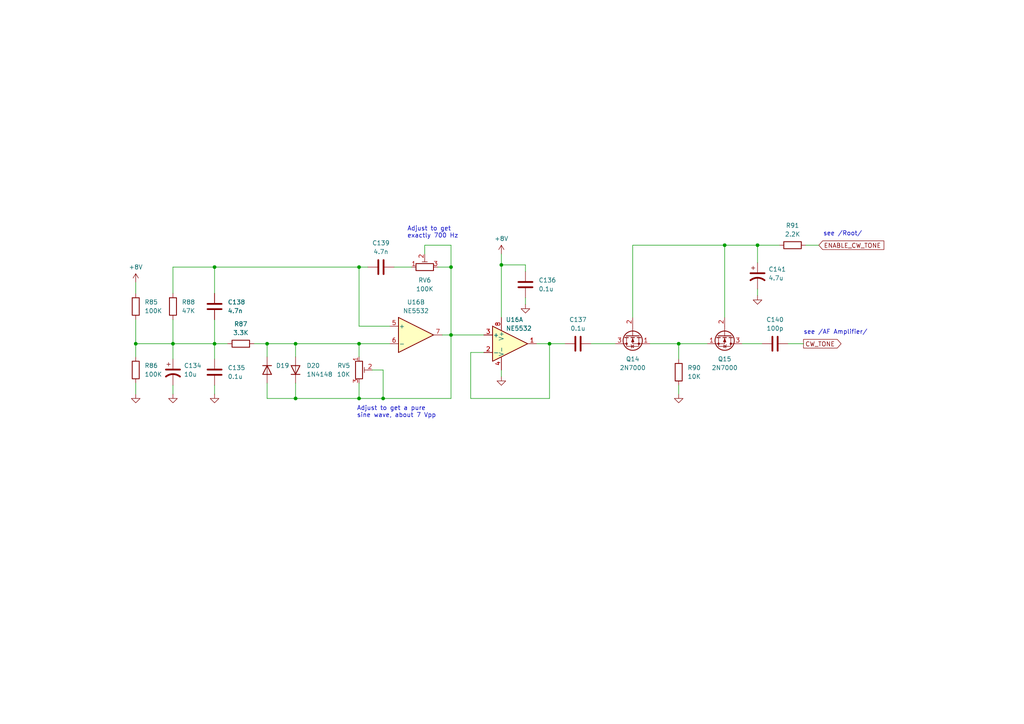
<source format=kicad_sch>
(kicad_sch (version 20230121) (generator eeschema)
  (paper "A4")
  (lib_symbols
    (symbol "Amplifier_Operational:NE5532" (pin_names (offset 0.127))
      (property "Reference" "U" (at 0 5.08 0))
      (property "Value" "NE5532" (at 0 -5.08 0))
      (symbol "NE5532_1_1"
        (polyline (pts (xy -5.08 5.08) (xy 5.08 0) (xy -5.08 -5.08) (xy -5.08 5.08)) (stroke (width 0.254)) (fill (type background)))
        (pin output line (at 7.62 0 180) (length 2.54) (name "~") (number "1"))
        (pin input line (at -7.62 -2.54 0) (length 2.54) (name "-") (number "2"))
        (pin input line (at -7.62 2.54 0) (length 2.54) (name "+") (number "3"))
      )
      (symbol "NE5532_2_1"
        (polyline (pts (xy -5.08 5.08) (xy 5.08 0) (xy -5.08 -5.08) (xy -5.08 5.08)) (stroke (width 0.254)) (fill (type background)))
        (pin input line (at -7.62 2.54 0) (length 2.54) (name "+") (number "5"))
        (pin input line (at -7.62 -2.54 0) (length 2.54) (name "-") (number "6"))
        (pin output line (at 7.62 0 180) (length 2.54) (name "~") (number "7"))
      )
      (symbol "NE5532_3_1"
        (pin power_in line (at -2.54 -7.62 90) (length 3.81) (name "V-") (number "4"))
        (pin power_in line (at -2.54 7.62 270) (length 3.81) (name "V+") (number "8"))
      )
    )
    (symbol "Device:C" (pin_numbers hide) (pin_names (offset 0.254))
      (property "Reference" "C" (at 0.635 2.54 0))
      (property "Value" "C" (at 0.635 -2.54 0))
      (symbol "C_0_1"
        (polyline (pts (xy -2.032 -0.762) (xy 2.032 -0.762)) (stroke (width 0.508)))
        (polyline (pts (xy -2.032 0.762) (xy 2.032 0.762)) (stroke (width 0.508)))
      )
      (symbol "C_1_1"
        (pin passive line (at 0 3.81 270) (length 2.794) (name "~") (number "1"))
        (pin passive line (at 0 -3.81 90) (length 2.794) (name "~") (number "2"))
      )
    )
    (symbol "Device:C_Polarized_US" (pin_numbers hide) (pin_names (offset 0.254) hide)
      (property "Reference" "C" (at 0.635 2.54 0))
      (property "Value" "C_Polarized_US" (at 0.635 -2.54 0))
      (symbol "C_Polarized_US_0_1"
        (polyline (pts (xy -2.032 0.762) (xy 2.032 0.762)) (stroke (width 0.508)))
        (polyline (pts (xy -1.778 2.286) (xy -0.762 2.286)))
        (polyline (pts (xy -1.27 1.778) (xy -1.27 2.794)))
        (arc (start 2.032 -1.27) (mid 0 -0.5572) (end -2.032 -1.27) (stroke (width 0.508)))
      )
      (symbol "C_Polarized_US_1_1"
        (pin passive line (at 0 3.81 270) (length 2.794) (name "~") (number "1"))
        (pin passive line (at 0 -3.81 90) (length 3.302) (name "~") (number "2"))
      )
    )
    (symbol "Device:R" (pin_numbers hide) (pin_names (offset 0))
      (property "Reference" "R" (at 2.032 0 90))
      (property "Value" "R" (at 0 0 90))
      (symbol "R_0_1"
        (rectangle (start -1.016 -2.54) (end 1.016 2.54) (stroke (width 0.254)))
      )
      (symbol "R_1_1"
        (pin passive line (at 0 3.81 270) (length 1.27) (name "~") (number "1"))
        (pin passive line (at 0 -3.81 90) (length 1.27) (name "~") (number "2"))
      )
    )
    (symbol "Device:R_Potentiometer_Trim" (pin_names (offset 1.016) hide)
      (property "Reference" "RV" (at -4.445 0 90))
      (property "Value" "R_Potentiometer_Trim" (at -2.54 0 90))
      (symbol "R_Potentiometer_Trim_0_1"
        (polyline (pts (xy 1.524 0.762) (xy 1.524 -0.762)))
        (polyline (pts (xy 2.54 0) (xy 1.524 0)))
        (rectangle (start 1.016 2.54) (end -1.016 -2.54) (stroke (width 0.254)))
      )
      (symbol "R_Potentiometer_Trim_1_1"
        (pin passive line (at 0 3.81 270) (length 1.27) (name "1") (number "1"))
        (pin passive line (at 3.81 0 180) (length 1.27) (name "2") (number "2"))
        (pin passive line (at 0 -3.81 90) (length 1.27) (name "3") (number "3"))
      )
    )
    (symbol "Diode:1N4148" (pin_numbers hide) (pin_names hide)
      (property "Reference" "D" (at 0 2.54 0))
      (property "Value" "1N4148" (at 0 -2.54 0))
      (symbol "1N4148_0_1"
        (polyline (pts (xy -1.27 1.27) (xy -1.27 -1.27)) (stroke (width 0.254)))
        (polyline (pts (xy 1.27 0) (xy -1.27 0)))
        (polyline (pts (xy 1.27 1.27) (xy 1.27 -1.27) (xy -1.27 0) (xy 1.27 1.27)) (stroke (width 0.254)))
      )
      (symbol "1N4148_1_1"
        (pin passive line (at -3.81 0 0) (length 2.54) (name "K") (number "1"))
        (pin passive line (at 3.81 0 180) (length 2.54) (name "A") (number "2"))
      )
    )
    (symbol "Transistor_FET:2N7000" (pin_names hide)
      (property "Reference" "Q" (at 5.08 1.905 0))
      (property "Value" "2N7000" (at 5.08 0 0))
      (symbol "2N7000_0_1"
        (polyline (pts (xy 0.254 0) (xy -2.54 0)))
        (polyline (pts (xy 0.254 1.905) (xy 0.254 -1.905)) (stroke (width 0.254)))
        (polyline (pts (xy 0.762 -1.27) (xy 0.762 -2.286)) (stroke (width 0.254)))
        (polyline (pts (xy 0.762 0.508) (xy 0.762 -0.508)) (stroke (width 0.254)))
        (polyline (pts (xy 0.762 2.286) (xy 0.762 1.27)) (stroke (width 0.254)))
        (polyline (pts (xy 2.54 2.54) (xy 2.54 1.778)))
        (polyline (pts (xy 2.54 -2.54) (xy 2.54 0) (xy 0.762 0)))
        (polyline (pts (xy 0.762 -1.778) (xy 3.302 -1.778) (xy 3.302 1.778) (xy 0.762 1.778)))
        (polyline (pts (xy 1.016 0) (xy 2.032 0.381) (xy 2.032 -0.381) (xy 1.016 0)) (fill (type outline)))
        (polyline (pts (xy 2.794 0.508) (xy 2.921 0.381) (xy 3.683 0.381) (xy 3.81 0.254)))
        (polyline (pts (xy 3.302 0.381) (xy 2.921 -0.254) (xy 3.683 -0.254) (xy 3.302 0.381)))
        (circle (center 1.651 0) (radius 2.794) (stroke (width 0.254)))
        (circle (center 2.54 -1.778) (radius 0.254) (fill (type outline)))
        (circle (center 2.54 1.778) (radius 0.254) (fill (type outline)))
      )
      (symbol "2N7000_1_1"
        (pin passive line (at 2.54 -5.08 90) (length 2.54) (name "S") (number "1"))
        (pin input line (at -5.08 0 0) (length 2.54) (name "G") (number "2"))
        (pin passive line (at 2.54 5.08 270) (length 2.54) (name "D") (number "3"))
      )
    )
    (symbol "power:+8V" (power) (pin_names (offset 0))
      (property "Value" "+8V" (at 0 3.556 0))
      (symbol "+8V_0_1"
        (polyline (pts (xy -0.762 1.27) (xy 0 2.54)))
        (polyline (pts (xy 0 0) (xy 0 2.54)))
        (polyline (pts (xy 0 2.54) (xy 0.762 1.27)))
      )
      (symbol "+8V_1_1"
        (pin power_in line (at 0 0 90) (length 0) hide (name "+8V") (number "1"))
      )
    )
    (symbol "power:GND" (power) (pin_names (offset 0))
      (property "Value" "GND" (at 0 -3.81 0))
      (symbol "GND_0_1"
        (polyline (pts (xy 0 0) (xy 0 -1.27) (xy 1.27 -1.27) (xy 0 -2.54) (xy -1.27 -1.27) (xy 0 -1.27)))
      )
      (symbol "GND_1_1"
        (pin power_in line (at 0 0 270) (length 0) hide (name "GND") (number "1"))
      )
    )
  )
  (junction (at 219.71 71.12))
  (junction (at 85.725 115.57))
  (junction (at 104.14 115.57))
  (junction (at 62.23 99.695))
  (junction (at 50.165 99.695))
  (junction (at 77.47 99.695))
  (junction (at 130.81 77.47))
  (junction (at 130.81 97.155))
  (junction (at 85.725 99.695))
  (junction (at 104.14 77.47))
  (junction (at 210.185 71.12))
  (junction (at 196.85 99.695))
  (junction (at 145.415 76.835))
  (junction (at 39.37 99.695))
  (junction (at 104.14 99.695))
  (junction (at 111.125 115.57))
  (junction (at 62.23 77.47))
  (junction (at 159.385 99.695))
  (wire (pts (xy 104.14 115.57) (xy 111.125 115.57)))
  (wire (pts (xy 62.23 111.76) (xy 62.23 114.3)))
  (wire (pts (xy 145.415 107.315) (xy 145.415 109.22)))
  (wire (pts (xy 62.23 92.71) (xy 62.23 99.695)))
  (wire (pts (xy 228.6 99.695) (xy 233.045 99.695)))
  (wire (pts (xy 210.185 92.075) (xy 210.185 71.12)))
  (wire (pts (xy 159.385 99.695) (xy 155.575 99.695)))
  (wire (pts (xy 85.725 111.125) (xy 85.725 115.57)))
  (wire (pts (xy 233.68 71.12) (xy 237.49 71.12)))
  (wire (pts (xy 50.165 85.09) (xy 50.165 77.47)))
  (wire (pts (xy 77.47 115.57) (xy 85.725 115.57)))
  (wire (pts (xy 128.27 97.155) (xy 130.81 97.155)))
  (wire (pts (xy 39.37 92.71) (xy 39.37 99.695)))
  (wire (pts (xy 159.385 99.695) (xy 163.83 99.695)))
  (wire (pts (xy 136.525 102.235) (xy 136.525 115.57)))
  (wire (pts (xy 104.14 99.695) (xy 104.14 103.505)))
  (wire (pts (xy 183.515 71.12) (xy 210.185 71.12)))
  (wire (pts (xy 171.45 99.695) (xy 178.435 99.695)))
  (wire (pts (xy 130.81 97.155) (xy 130.81 77.47)))
  (wire (pts (xy 196.85 99.695) (xy 196.85 104.14)))
  (wire (pts (xy 130.81 71.12) (xy 123.19 71.12)))
  (wire (pts (xy 85.725 99.695) (xy 85.725 103.505)))
  (wire (pts (xy 62.23 77.47) (xy 62.23 85.09)))
  (wire (pts (xy 159.385 115.57) (xy 159.385 99.695)))
  (wire (pts (xy 196.85 111.76) (xy 196.85 114.3)))
  (wire (pts (xy 152.4 76.835) (xy 145.415 76.835)))
  (wire (pts (xy 85.725 115.57) (xy 104.14 115.57)))
  (wire (pts (xy 104.14 111.125) (xy 104.14 115.57)))
  (wire (pts (xy 127 77.47) (xy 130.81 77.47)))
  (wire (pts (xy 111.125 115.57) (xy 111.125 107.315)))
  (wire (pts (xy 219.71 71.12) (xy 226.06 71.12)))
  (wire (pts (xy 50.165 77.47) (xy 62.23 77.47)))
  (wire (pts (xy 77.47 111.125) (xy 77.47 115.57)))
  (wire (pts (xy 210.185 71.12) (xy 219.71 71.12)))
  (wire (pts (xy 104.14 77.47) (xy 62.23 77.47)))
  (wire (pts (xy 62.23 99.695) (xy 50.165 99.695)))
  (wire (pts (xy 50.165 99.695) (xy 39.37 99.695)))
  (wire (pts (xy 219.71 83.82) (xy 219.71 85.725)))
  (wire (pts (xy 50.165 99.695) (xy 50.165 104.14)))
  (wire (pts (xy 196.85 99.695) (xy 205.105 99.695)))
  (wire (pts (xy 39.37 99.695) (xy 39.37 103.505)))
  (wire (pts (xy 219.71 71.12) (xy 219.71 76.2)))
  (wire (pts (xy 215.265 99.695) (xy 220.98 99.695)))
  (wire (pts (xy 145.415 76.835) (xy 145.415 92.075)))
  (wire (pts (xy 39.37 111.125) (xy 39.37 114.3)))
  (wire (pts (xy 130.81 97.155) (xy 140.335 97.155)))
  (wire (pts (xy 104.14 77.47) (xy 106.68 77.47)))
  (wire (pts (xy 85.725 99.695) (xy 104.14 99.695)))
  (wire (pts (xy 62.23 99.695) (xy 66.04 99.695)))
  (wire (pts (xy 145.415 73.66) (xy 145.415 76.835)))
  (wire (pts (xy 123.19 71.12) (xy 123.19 73.66)))
  (wire (pts (xy 104.14 94.615) (xy 113.03 94.615)))
  (wire (pts (xy 111.125 107.315) (xy 107.95 107.315)))
  (wire (pts (xy 114.3 77.47) (xy 119.38 77.47)))
  (wire (pts (xy 130.81 77.47) (xy 130.81 71.12)))
  (wire (pts (xy 73.66 99.695) (xy 77.47 99.695)))
  (wire (pts (xy 152.4 78.74) (xy 152.4 76.835)))
  (wire (pts (xy 188.595 99.695) (xy 196.85 99.695)))
  (wire (pts (xy 50.165 111.76) (xy 50.165 114.3)))
  (wire (pts (xy 183.515 92.075) (xy 183.515 71.12)))
  (wire (pts (xy 77.47 99.695) (xy 85.725 99.695)))
  (wire (pts (xy 136.525 115.57) (xy 159.385 115.57)))
  (wire (pts (xy 140.335 102.235) (xy 136.525 102.235)))
  (wire (pts (xy 130.81 115.57) (xy 111.125 115.57)))
  (wire (pts (xy 39.37 81.915) (xy 39.37 85.09)))
  (wire (pts (xy 130.81 97.155) (xy 130.81 115.57)))
  (wire (pts (xy 104.14 77.47) (xy 104.14 94.615)))
  (wire (pts (xy 77.47 99.695) (xy 77.47 103.505)))
  (wire (pts (xy 50.165 92.71) (xy 50.165 99.695)))
  (wire (pts (xy 62.23 104.14) (xy 62.23 99.695)))
  (wire (pts (xy 104.14 99.695) (xy 113.03 99.695)))
  (wire (pts (xy 152.4 86.36) (xy 152.4 88.265)))
  (text "see /Root/" (at 238.76 68.58 0) (effects (font (size 1.27 1.27)) (justify left bottom)))
  (text "see /AF Amplifier/" (at 233.045 97.155 0) (effects (font (size 1.27 1.27)) (justify left bottom)))
  (text "Adjust to get a pure \nsine wave, about 7 Vpp" (at 103.505 121.285 0) (effects (font (size 1.27 1.27)) (justify left bottom)))
  (text "Adjust to get\nexactly 700 Hz" (at 118.11 69.215 0) (effects (font (size 1.27 1.27)) (justify left bottom)))
  (global_label "CW_TONE" (shape output) (at 233.045 99.695 0) (property "Intersheetrefs" "${INTERSHEET_REFS}" (effects hide)))
  (global_label "ENABLE_CW_TONE" (shape input) (at 237.49 71.12 0) (property "Intersheetrefs" "${INTERSHEET_REFS}" (effects hide)))
  (symbol (lib_id "power:+8V") (at 145.415 73.66 0) (unit 1)
    (property "Reference" "#PWR0236" (effects hide))
    (property "Value" "+8V" (at 145.415 69.215 0))
  )
  (symbol (lib_id "Device:C") (at 224.79 99.695 90) (unit 1)
    (property "Reference" "C140" (at 224.79 92.71 90))
    (property "Value" "100p" (at 224.79 95.25 90))
  )
  (symbol (lib_id "Device:R") (at 39.37 107.315 0) (unit 1)
    (property "Reference" "R86" (at 41.91 106.045 0) (effects (justify left)))
    (property "Value" "100K" (at 41.91 108.585 0) (effects (justify left)))
  )
  (symbol (lib_id "Amplifier_Operational:NE5532") (at 147.955 99.695 0) (unit 3)
    (property "Reference" "U16" (effects hide))
    (property "Value" "NE5532" (effects hide))
    (property "Datasheet" "http://www.ti.com/lit/ds/symlink/ne5532.pdf" (effects hide))
  )
  (symbol (lib_id "Device:R") (at 69.85 99.695 90) (unit 1)
    (property "Reference" "R87" (at 69.85 93.98 90))
    (property "Value" "3.3K" (at 69.85 96.52 90))
  )
  (symbol (lib_id "power:GND") (at 196.85 114.3 0) (unit 1)
    (property "Reference" "#PWR0238" (effects hide))
    (property "Value" "GND" (effects hide))
  )
  (symbol (lib_id "power:GND") (at 145.415 109.22 0) (unit 1)
    (property "Reference" "#PWR0235" (effects hide))
    (property "Value" "GND" (effects hide))
  )
  (symbol (lib_id "Device:R") (at 229.87 71.12 90) (unit 1)
    (property "Reference" "R91" (at 229.87 65.405 90))
    (property "Value" "2.2K" (at 229.87 67.945 90))
  )
  (symbol (lib_id "Device:C_Polarized_US") (at 50.165 107.95 0) (unit 1)
    (property "Reference" "C134" (at 53.34 106.045 0) (effects (justify left)))
    (property "Value" "10u" (at 53.34 108.585 0) (effects (justify left)))
  )
  (symbol (lib_id "Transistor_FET:2N7000") (at 210.185 97.155 270) (unit 1)
    (property "Reference" "Q15" (at 210.185 104.14 90))
    (property "Value" "2N7000" (at 210.185 106.68 90))
    (property "Footprint" "Package_TO_SOT_THT:TO-92_Inline" (effects hide))
    (property "Datasheet" "https://www.vishay.com/docs/70226/70226.pdf" (effects hide))
  )
  (symbol (lib_id "Device:C") (at 152.4 82.55 0) (unit 1)
    (property "Reference" "C136" (at 156.21 81.28 0) (effects (justify left)))
    (property "Value" "0.1u" (at 156.21 83.82 0) (effects (justify left)))
  )
  (symbol (lib_id "Device:C_Polarized_US") (at 219.71 80.01 0) (unit 1)
    (property "Reference" "C141" (at 222.885 78.105 0) (effects (justify left)))
    (property "Value" "4.7u" (at 222.885 80.645 0) (effects (justify left)))
  )
  (symbol (lib_id "Device:R") (at 50.165 88.9 0) (unit 1)
    (property "Reference" "R88" (at 52.705 87.63 0) (effects (justify left)))
    (property "Value" "47K" (at 52.705 90.17 0) (effects (justify left)))
  )
  (symbol (lib_id "power:GND") (at 62.23 114.3 0) (unit 1)
    (property "Reference" "#PWR0234" (effects hide))
    (property "Value" "GND" (effects hide))
  )
  (symbol (lib_id "Diode:1N4148") (at 85.725 107.315 90) (unit 1)
    (property "Reference" "D20" (at 88.9 106.045 90) (effects (justify right)))
    (property "Value" "1N4148" (at 88.9 108.585 90) (effects (justify right)))
    (property "Footprint" "Diode_THT:D_DO-35_SOD27_P7.62mm_Horizontal" (effects hide))
    (property "Datasheet" "https://assets.nexperia.com/documents/data-sheet/1N4148_1N4448.pdf" (effects hide))
    (property "Sim.Device" "D" (effects hide))
    (property "Sim.Pins" "1=K 2=A" (effects hide))
  )
  (symbol (lib_id "Amplifier_Operational:NE5532") (at 120.65 97.155 0) (unit 2)
    (property "Reference" "U16" (at 120.65 87.63 0))
    (property "Value" "NE5532" (at 120.65 90.17 0))
    (property "Datasheet" "http://www.ti.com/lit/ds/symlink/ne5532.pdf" (effects hide))
  )
  (symbol (lib_id "power:+8V") (at 39.37 81.915 0) (unit 1)
    (property "Reference" "#PWR0231" (effects hide))
    (property "Value" "+8V" (at 39.37 77.47 0))
  )
  (symbol (lib_id "Diode:1N4148") (at 77.47 107.315 270) (unit 1)
    (property "Reference" "D19" (at 80.01 106.045 90) (effects (justify left)))
    (property "Value" "1N4148" (effects hide))
    (property "Footprint" "Diode_THT:D_DO-35_SOD27_P7.62mm_Horizontal" (effects hide))
    (property "Datasheet" "https://assets.nexperia.com/documents/data-sheet/1N4148_1N4448.pdf" (effects hide))
    (property "Sim.Device" "D" (effects hide))
    (property "Sim.Pins" "1=K 2=A" (effects hide))
  )
  (symbol (lib_id "Device:C") (at 62.23 107.95 0) (unit 1)
    (property "Reference" "C135" (at 66.04 106.68 0) (effects (justify left)))
    (property "Value" "0.1u" (at 66.04 109.22 0) (effects (justify left)))
  )
  (symbol (lib_id "power:GND") (at 39.37 114.3 0) (unit 1)
    (property "Reference" "#PWR0232" (effects hide))
    (property "Value" "GND" (effects hide))
  )
  (symbol (lib_id "Device:R_Potentiometer_Trim") (at 104.14 107.315 0) (unit 1)
    (property "Reference" "RV5" (at 101.6 106.045 0) (effects (justify right)))
    (property "Value" "10K" (at 101.6 108.585 0) (effects (justify right)))
  )
  (symbol (lib_id "Device:C") (at 167.64 99.695 90) (unit 1)
    (property "Reference" "C137" (at 167.64 92.71 90))
    (property "Value" "0.1u" (at 167.64 95.25 90))
  )
  (symbol (lib_id "Transistor_FET:2N7000") (at 183.515 97.155 90) (mirror x) (unit 1)
    (property "Reference" "Q14" (at 183.515 104.14 90))
    (property "Value" "2N7000" (at 183.515 106.68 90))
    (property "Footprint" "Package_TO_SOT_THT:TO-92_Inline" (effects hide))
    (property "Datasheet" "https://www.vishay.com/docs/70226/70226.pdf" (effects hide))
  )
  (symbol (lib_id "power:GND") (at 50.165 114.3 0) (unit 1)
    (property "Reference" "#PWR0233" (effects hide))
    (property "Value" "GND" (effects hide))
  )
  (symbol (lib_id "Device:C") (at 62.23 88.9 0) (unit 1)
    (property "Reference" "C138" (at 66.04 87.63 0) (effects (justify left)))
    (property "Value" "4.7n" (at 66.04 90.17 0) (effects (justify left)))
  )
  (symbol (lib_id "Device:R") (at 196.85 107.95 0) (unit 1)
    (property "Reference" "R90" (at 199.39 106.68 0) (effects (justify left)))
    (property "Value" "10K" (at 199.39 109.22 0) (effects (justify left)))
  )
  (symbol (lib_id "Amplifier_Operational:NE5532") (at 147.955 99.695 0) (unit 1)
    (property "Reference" "U16" (at 149.225 92.71 0))
    (property "Value" "NE5532" (at 150.495 95.25 0))
    (property "Datasheet" "http://www.ti.com/lit/ds/symlink/ne5532.pdf" (effects hide))
  )
  (symbol (lib_id "Device:R_Potentiometer_Trim") (at 123.19 77.47 90) (unit 1)
    (property "Reference" "RV6" (at 123.19 81.28 90))
    (property "Value" "100K" (at 123.19 83.82 90))
  )
  (symbol (lib_id "power:GND") (at 152.4 88.265 0) (unit 1)
    (property "Reference" "#PWR0237" (effects hide))
    (property "Value" "GND" (effects hide))
  )
  (symbol (lib_id "power:GND") (at 219.71 85.725 0) (unit 1)
    (property "Reference" "#PWR0239" (effects hide))
    (property "Value" "GND" (effects hide))
  )
  (symbol (lib_id "Device:C") (at 110.49 77.47 90) (unit 1)
    (property "Reference" "C139" (at 110.49 70.485 90))
    (property "Value" "4.7n" (at 110.49 73.025 90))
  )
  (symbol (lib_id "Device:R") (at 39.37 88.9 0) (unit 1)
    (property "Reference" "R85" (at 41.91 87.63 0) (effects (justify left)))
    (property "Value" "100K" (at 41.91 90.17 0) (effects (justify left)))
  )
)
</source>
